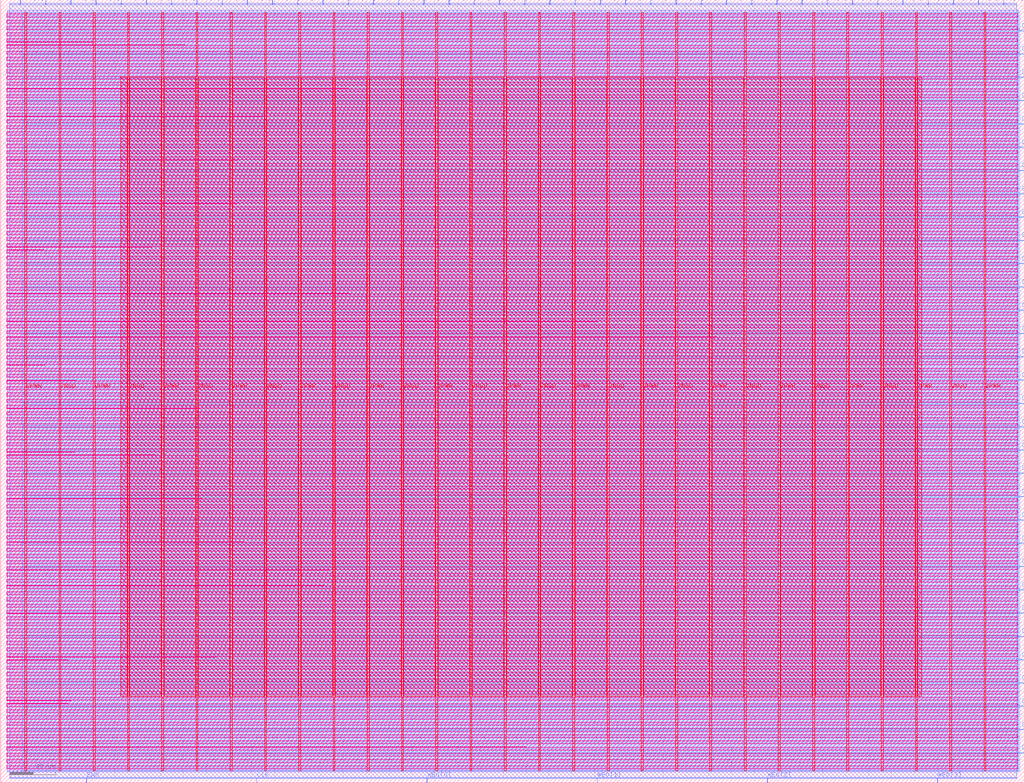
<source format=lef>
VERSION 5.7 ;
  NOWIREEXTENSIONATPIN ON ;
  DIVIDERCHAR "/" ;
  BUSBITCHARS "[]" ;
MACRO DFFRAM256x32
  CLASS BLOCK ;
  FOREIGN DFFRAM256x32 ;
  ORIGIN 0.000 0.000 ;
  SIZE 896.245 BY 685.665 ;
  PIN A0[0]
    DIRECTION INPUT ;
    USE SIGNAL ;
    ANTENNAGATEAREA 0.126000 ;
    PORT
      LAYER met2 ;
        RECT 723.670 681.665 723.950 685.665 ;
    END
  END A0[0]
  PIN A0[1]
    DIRECTION INPUT ;
    USE SIGNAL ;
    ANTENNAGATEAREA 0.126000 ;
    PORT
      LAYER met2 ;
        RECT 745.750 681.665 746.030 685.665 ;
    END
  END A0[1]
  PIN A0[2]
    DIRECTION INPUT ;
    USE SIGNAL ;
    ANTENNAGATEAREA 0.126000 ;
    PORT
      LAYER met2 ;
        RECT 767.830 681.665 768.110 685.665 ;
    END
  END A0[2]
  PIN A0[3]
    DIRECTION INPUT ;
    USE SIGNAL ;
    ANTENNAGATEAREA 0.495000 ;
    PORT
      LAYER met2 ;
        RECT 789.910 681.665 790.190 685.665 ;
    END
  END A0[3]
  PIN A0[4]
    DIRECTION INPUT ;
    USE SIGNAL ;
    ANTENNAGATEAREA 0.196500 ;
    PORT
      LAYER met2 ;
        RECT 811.990 681.665 812.270 685.665 ;
    END
  END A0[4]
  PIN A0[5]
    DIRECTION INPUT ;
    USE SIGNAL ;
    ANTENNAGATEAREA 0.196500 ;
    PORT
      LAYER met2 ;
        RECT 834.070 681.665 834.350 685.665 ;
    END
  END A0[5]
  PIN A0[6]
    DIRECTION INPUT ;
    USE SIGNAL ;
    ANTENNAGATEAREA 0.196500 ;
    PORT
      LAYER met2 ;
        RECT 856.150 681.665 856.430 685.665 ;
    END
  END A0[6]
  PIN A0[7]
    DIRECTION INPUT ;
    USE SIGNAL ;
    ANTENNAGATEAREA 0.196500 ;
    PORT
      LAYER met2 ;
        RECT 878.230 681.665 878.510 685.665 ;
    END
  END A0[7]
  PIN CLK
    DIRECTION INPUT ;
    USE SIGNAL ;
    ANTENNAGATEAREA 0.852000 ;
    PORT
      LAYER met2 ;
        RECT 224.110 0.000 224.390 4.000 ;
    END
  END CLK
  PIN Di0[0]
    DIRECTION INPUT ;
    USE SIGNAL ;
    ANTENNAGATEAREA 0.126000 ;
    PORT
      LAYER met3 ;
        RECT 892.245 25.880 896.245 26.480 ;
    END
  END Di0[0]
  PIN Di0[10]
    DIRECTION INPUT ;
    USE SIGNAL ;
    ANTENNAGATEAREA 0.126000 ;
    PORT
      LAYER met3 ;
        RECT 892.245 229.880 896.245 230.480 ;
    END
  END Di0[10]
  PIN Di0[11]
    DIRECTION INPUT ;
    USE SIGNAL ;
    ANTENNAGATEAREA 0.126000 ;
    PORT
      LAYER met3 ;
        RECT 892.245 250.280 896.245 250.880 ;
    END
  END Di0[11]
  PIN Di0[12]
    DIRECTION INPUT ;
    USE SIGNAL ;
    ANTENNAGATEAREA 0.126000 ;
    PORT
      LAYER met3 ;
        RECT 892.245 270.680 896.245 271.280 ;
    END
  END Di0[12]
  PIN Di0[13]
    DIRECTION INPUT ;
    USE SIGNAL ;
    ANTENNAGATEAREA 0.126000 ;
    PORT
      LAYER met3 ;
        RECT 892.245 291.080 896.245 291.680 ;
    END
  END Di0[13]
  PIN Di0[14]
    DIRECTION INPUT ;
    USE SIGNAL ;
    ANTENNAGATEAREA 0.126000 ;
    PORT
      LAYER met3 ;
        RECT 892.245 311.480 896.245 312.080 ;
    END
  END Di0[14]
  PIN Di0[15]
    DIRECTION INPUT ;
    USE SIGNAL ;
    ANTENNAGATEAREA 0.126000 ;
    PORT
      LAYER met3 ;
        RECT 892.245 331.880 896.245 332.480 ;
    END
  END Di0[15]
  PIN Di0[16]
    DIRECTION INPUT ;
    USE SIGNAL ;
    ANTENNAGATEAREA 0.126000 ;
    PORT
      LAYER met3 ;
        RECT 892.245 352.280 896.245 352.880 ;
    END
  END Di0[16]
  PIN Di0[17]
    DIRECTION INPUT ;
    USE SIGNAL ;
    ANTENNAGATEAREA 0.126000 ;
    PORT
      LAYER met3 ;
        RECT 892.245 372.680 896.245 373.280 ;
    END
  END Di0[17]
  PIN Di0[18]
    DIRECTION INPUT ;
    USE SIGNAL ;
    ANTENNAGATEAREA 0.126000 ;
    PORT
      LAYER met3 ;
        RECT 892.245 393.080 896.245 393.680 ;
    END
  END Di0[18]
  PIN Di0[19]
    DIRECTION INPUT ;
    USE SIGNAL ;
    ANTENNAGATEAREA 0.126000 ;
    PORT
      LAYER met3 ;
        RECT 892.245 413.480 896.245 414.080 ;
    END
  END Di0[19]
  PIN Di0[1]
    DIRECTION INPUT ;
    USE SIGNAL ;
    ANTENNAGATEAREA 0.126000 ;
    PORT
      LAYER met3 ;
        RECT 892.245 46.280 896.245 46.880 ;
    END
  END Di0[1]
  PIN Di0[20]
    DIRECTION INPUT ;
    USE SIGNAL ;
    ANTENNAGATEAREA 0.126000 ;
    PORT
      LAYER met3 ;
        RECT 892.245 433.880 896.245 434.480 ;
    END
  END Di0[20]
  PIN Di0[21]
    DIRECTION INPUT ;
    USE SIGNAL ;
    ANTENNAGATEAREA 0.126000 ;
    PORT
      LAYER met3 ;
        RECT 892.245 454.280 896.245 454.880 ;
    END
  END Di0[21]
  PIN Di0[22]
    DIRECTION INPUT ;
    USE SIGNAL ;
    ANTENNAGATEAREA 0.126000 ;
    PORT
      LAYER met3 ;
        RECT 892.245 474.680 896.245 475.280 ;
    END
  END Di0[22]
  PIN Di0[23]
    DIRECTION INPUT ;
    USE SIGNAL ;
    ANTENNAGATEAREA 0.126000 ;
    PORT
      LAYER met3 ;
        RECT 892.245 495.080 896.245 495.680 ;
    END
  END Di0[23]
  PIN Di0[24]
    DIRECTION INPUT ;
    USE SIGNAL ;
    ANTENNAGATEAREA 0.126000 ;
    PORT
      LAYER met3 ;
        RECT 892.245 515.480 896.245 516.080 ;
    END
  END Di0[24]
  PIN Di0[25]
    DIRECTION INPUT ;
    USE SIGNAL ;
    ANTENNAGATEAREA 0.126000 ;
    PORT
      LAYER met3 ;
        RECT 892.245 535.880 896.245 536.480 ;
    END
  END Di0[25]
  PIN Di0[26]
    DIRECTION INPUT ;
    USE SIGNAL ;
    ANTENNAGATEAREA 0.126000 ;
    PORT
      LAYER met3 ;
        RECT 892.245 556.280 896.245 556.880 ;
    END
  END Di0[26]
  PIN Di0[27]
    DIRECTION INPUT ;
    USE SIGNAL ;
    ANTENNAGATEAREA 0.126000 ;
    PORT
      LAYER met3 ;
        RECT 892.245 576.680 896.245 577.280 ;
    END
  END Di0[27]
  PIN Di0[28]
    DIRECTION INPUT ;
    USE SIGNAL ;
    ANTENNAGATEAREA 0.126000 ;
    PORT
      LAYER met3 ;
        RECT 892.245 597.080 896.245 597.680 ;
    END
  END Di0[28]
  PIN Di0[29]
    DIRECTION INPUT ;
    USE SIGNAL ;
    ANTENNAGATEAREA 0.126000 ;
    PORT
      LAYER met3 ;
        RECT 892.245 617.480 896.245 618.080 ;
    END
  END Di0[29]
  PIN Di0[2]
    DIRECTION INPUT ;
    USE SIGNAL ;
    ANTENNAGATEAREA 0.126000 ;
    PORT
      LAYER met3 ;
        RECT 892.245 66.680 896.245 67.280 ;
    END
  END Di0[2]
  PIN Di0[30]
    DIRECTION INPUT ;
    USE SIGNAL ;
    ANTENNAGATEAREA 0.126000 ;
    PORT
      LAYER met3 ;
        RECT 892.245 637.880 896.245 638.480 ;
    END
  END Di0[30]
  PIN Di0[31]
    DIRECTION INPUT ;
    USE SIGNAL ;
    ANTENNAGATEAREA 0.126000 ;
    PORT
      LAYER met3 ;
        RECT 892.245 658.280 896.245 658.880 ;
    END
  END Di0[31]
  PIN Di0[3]
    DIRECTION INPUT ;
    USE SIGNAL ;
    ANTENNAGATEAREA 0.126000 ;
    PORT
      LAYER met3 ;
        RECT 892.245 87.080 896.245 87.680 ;
    END
  END Di0[3]
  PIN Di0[4]
    DIRECTION INPUT ;
    USE SIGNAL ;
    ANTENNAGATEAREA 0.126000 ;
    PORT
      LAYER met3 ;
        RECT 892.245 107.480 896.245 108.080 ;
    END
  END Di0[4]
  PIN Di0[5]
    DIRECTION INPUT ;
    USE SIGNAL ;
    ANTENNAGATEAREA 0.126000 ;
    PORT
      LAYER met3 ;
        RECT 892.245 127.880 896.245 128.480 ;
    END
  END Di0[5]
  PIN Di0[6]
    DIRECTION INPUT ;
    USE SIGNAL ;
    ANTENNAGATEAREA 0.126000 ;
    PORT
      LAYER met3 ;
        RECT 892.245 148.280 896.245 148.880 ;
    END
  END Di0[6]
  PIN Di0[7]
    DIRECTION INPUT ;
    USE SIGNAL ;
    ANTENNAGATEAREA 0.126000 ;
    PORT
      LAYER met3 ;
        RECT 892.245 168.680 896.245 169.280 ;
    END
  END Di0[7]
  PIN Di0[8]
    DIRECTION INPUT ;
    USE SIGNAL ;
    ANTENNAGATEAREA 0.126000 ;
    PORT
      LAYER met3 ;
        RECT 892.245 189.080 896.245 189.680 ;
    END
  END Di0[8]
  PIN Di0[9]
    DIRECTION INPUT ;
    USE SIGNAL ;
    ANTENNAGATEAREA 0.126000 ;
    PORT
      LAYER met3 ;
        RECT 892.245 209.480 896.245 210.080 ;
    END
  END Di0[9]
  PIN Do0[0]
    DIRECTION OUTPUT TRISTATE ;
    USE SIGNAL ;
    ANTENNADIFFAREA 1.782000 ;
    PORT
      LAYER met2 ;
        RECT 17.110 681.665 17.390 685.665 ;
    END
  END Do0[0]
  PIN Do0[10]
    DIRECTION OUTPUT TRISTATE ;
    USE SIGNAL ;
    ANTENNADIFFAREA 2.673000 ;
    PORT
      LAYER met2 ;
        RECT 237.910 681.665 238.190 685.665 ;
    END
  END Do0[10]
  PIN Do0[11]
    DIRECTION OUTPUT TRISTATE ;
    USE SIGNAL ;
    ANTENNADIFFAREA 2.673000 ;
    PORT
      LAYER met2 ;
        RECT 259.990 681.665 260.270 685.665 ;
    END
  END Do0[11]
  PIN Do0[12]
    DIRECTION OUTPUT TRISTATE ;
    USE SIGNAL ;
    ANTENNADIFFAREA 1.336500 ;
    PORT
      LAYER met2 ;
        RECT 282.070 681.665 282.350 685.665 ;
    END
  END Do0[12]
  PIN Do0[13]
    DIRECTION OUTPUT TRISTATE ;
    USE SIGNAL ;
    ANTENNADIFFAREA 1.336500 ;
    PORT
      LAYER met2 ;
        RECT 304.150 681.665 304.430 685.665 ;
    END
  END Do0[13]
  PIN Do0[14]
    DIRECTION OUTPUT TRISTATE ;
    USE SIGNAL ;
    ANTENNADIFFAREA 1.782000 ;
    PORT
      LAYER met2 ;
        RECT 326.230 681.665 326.510 685.665 ;
    END
  END Do0[14]
  PIN Do0[15]
    DIRECTION OUTPUT TRISTATE ;
    USE SIGNAL ;
    ANTENNADIFFAREA 1.782000 ;
    PORT
      LAYER met2 ;
        RECT 348.310 681.665 348.590 685.665 ;
    END
  END Do0[15]
  PIN Do0[16]
    DIRECTION OUTPUT TRISTATE ;
    USE SIGNAL ;
    ANTENNADIFFAREA 1.590400 ;
    PORT
      LAYER met2 ;
        RECT 370.390 681.665 370.670 685.665 ;
    END
  END Do0[16]
  PIN Do0[17]
    DIRECTION OUTPUT TRISTATE ;
    USE SIGNAL ;
    ANTENNADIFFAREA 1.336500 ;
    PORT
      LAYER met2 ;
        RECT 392.470 681.665 392.750 685.665 ;
    END
  END Do0[17]
  PIN Do0[18]
    DIRECTION OUTPUT TRISTATE ;
    USE SIGNAL ;
    ANTENNADIFFAREA 1.782000 ;
    PORT
      LAYER met2 ;
        RECT 414.550 681.665 414.830 685.665 ;
    END
  END Do0[18]
  PIN Do0[19]
    DIRECTION OUTPUT TRISTATE ;
    USE SIGNAL ;
    ANTENNADIFFAREA 1.782000 ;
    PORT
      LAYER met2 ;
        RECT 436.630 681.665 436.910 685.665 ;
    END
  END Do0[19]
  PIN Do0[1]
    DIRECTION OUTPUT TRISTATE ;
    USE SIGNAL ;
    ANTENNADIFFAREA 2.673000 ;
    PORT
      LAYER met2 ;
        RECT 39.190 681.665 39.470 685.665 ;
    END
  END Do0[1]
  PIN Do0[20]
    DIRECTION OUTPUT TRISTATE ;
    USE SIGNAL ;
    ANTENNADIFFAREA 1.782000 ;
    PORT
      LAYER met2 ;
        RECT 458.710 681.665 458.990 685.665 ;
    END
  END Do0[20]
  PIN Do0[21]
    DIRECTION OUTPUT TRISTATE ;
    USE SIGNAL ;
    ANTENNADIFFAREA 1.782000 ;
    PORT
      LAYER met2 ;
        RECT 480.790 681.665 481.070 685.665 ;
    END
  END Do0[21]
  PIN Do0[22]
    DIRECTION OUTPUT TRISTATE ;
    USE SIGNAL ;
    ANTENNADIFFAREA 1.782000 ;
    PORT
      LAYER met2 ;
        RECT 502.870 681.665 503.150 685.665 ;
    END
  END Do0[22]
  PIN Do0[23]
    DIRECTION OUTPUT TRISTATE ;
    USE SIGNAL ;
    ANTENNADIFFAREA 1.782000 ;
    PORT
      LAYER met2 ;
        RECT 524.950 681.665 525.230 685.665 ;
    END
  END Do0[23]
  PIN Do0[24]
    DIRECTION OUTPUT TRISTATE ;
    USE SIGNAL ;
    ANTENNADIFFAREA 1.336500 ;
    PORT
      LAYER met2 ;
        RECT 547.030 681.665 547.310 685.665 ;
    END
  END Do0[24]
  PIN Do0[25]
    DIRECTION OUTPUT TRISTATE ;
    USE SIGNAL ;
    ANTENNADIFFAREA 1.336500 ;
    PORT
      LAYER met2 ;
        RECT 569.110 681.665 569.390 685.665 ;
    END
  END Do0[25]
  PIN Do0[26]
    DIRECTION OUTPUT TRISTATE ;
    USE SIGNAL ;
    ANTENNADIFFAREA 1.336500 ;
    PORT
      LAYER met2 ;
        RECT 591.190 681.665 591.470 685.665 ;
    END
  END Do0[26]
  PIN Do0[27]
    DIRECTION OUTPUT TRISTATE ;
    USE SIGNAL ;
    ANTENNADIFFAREA 1.336500 ;
    PORT
      LAYER met2 ;
        RECT 613.270 681.665 613.550 685.665 ;
    END
  END Do0[27]
  PIN Do0[28]
    DIRECTION OUTPUT TRISTATE ;
    USE SIGNAL ;
    ANTENNADIFFAREA 1.336500 ;
    PORT
      LAYER met2 ;
        RECT 635.350 681.665 635.630 685.665 ;
    END
  END Do0[28]
  PIN Do0[29]
    DIRECTION OUTPUT TRISTATE ;
    USE SIGNAL ;
    ANTENNADIFFAREA 1.336500 ;
    PORT
      LAYER met2 ;
        RECT 657.430 681.665 657.710 685.665 ;
    END
  END Do0[29]
  PIN Do0[2]
    DIRECTION OUTPUT TRISTATE ;
    USE SIGNAL ;
    ANTENNADIFFAREA 1.782000 ;
    PORT
      LAYER met2 ;
        RECT 61.270 681.665 61.550 685.665 ;
    END
  END Do0[2]
  PIN Do0[30]
    DIRECTION OUTPUT TRISTATE ;
    USE SIGNAL ;
    ANTENNADIFFAREA 1.782000 ;
    PORT
      LAYER met2 ;
        RECT 679.510 681.665 679.790 685.665 ;
    END
  END Do0[30]
  PIN Do0[31]
    DIRECTION OUTPUT TRISTATE ;
    USE SIGNAL ;
    ANTENNADIFFAREA 1.336500 ;
    PORT
      LAYER met2 ;
        RECT 701.590 681.665 701.870 685.665 ;
    END
  END Do0[31]
  PIN Do0[3]
    DIRECTION OUTPUT TRISTATE ;
    USE SIGNAL ;
    ANTENNADIFFAREA 2.673000 ;
    PORT
      LAYER met2 ;
        RECT 83.350 681.665 83.630 685.665 ;
    END
  END Do0[3]
  PIN Do0[4]
    DIRECTION OUTPUT TRISTATE ;
    USE SIGNAL ;
    ANTENNADIFFAREA 2.673000 ;
    PORT
      LAYER met2 ;
        RECT 105.430 681.665 105.710 685.665 ;
    END
  END Do0[4]
  PIN Do0[5]
    DIRECTION OUTPUT TRISTATE ;
    USE SIGNAL ;
    ANTENNADIFFAREA 2.673000 ;
    PORT
      LAYER met2 ;
        RECT 127.510 681.665 127.790 685.665 ;
    END
  END Do0[5]
  PIN Do0[6]
    DIRECTION OUTPUT TRISTATE ;
    USE SIGNAL ;
    ANTENNADIFFAREA 1.782000 ;
    PORT
      LAYER met2 ;
        RECT 149.590 681.665 149.870 685.665 ;
    END
  END Do0[6]
  PIN Do0[7]
    DIRECTION OUTPUT TRISTATE ;
    USE SIGNAL ;
    ANTENNADIFFAREA 2.673000 ;
    PORT
      LAYER met2 ;
        RECT 171.670 681.665 171.950 685.665 ;
    END
  END Do0[7]
  PIN Do0[8]
    DIRECTION OUTPUT TRISTATE ;
    USE SIGNAL ;
    ANTENNADIFFAREA 2.673000 ;
    PORT
      LAYER met2 ;
        RECT 193.750 681.665 194.030 685.665 ;
    END
  END Do0[8]
  PIN Do0[9]
    DIRECTION OUTPUT TRISTATE ;
    USE SIGNAL ;
    ANTENNADIFFAREA 2.673000 ;
    PORT
      LAYER met2 ;
        RECT 215.830 681.665 216.110 685.665 ;
    END
  END Do0[9]
  PIN EN0
    DIRECTION INPUT ;
    USE SIGNAL ;
    ANTENNAGATEAREA 0.495000 ;
    PORT
      LAYER met2 ;
        RECT 75.070 0.000 75.350 4.000 ;
    END
  END EN0
  PIN VNGD
    DIRECTION INOUT ;
    USE GROUND ;
    PORT
      LAYER met4 ;
        RECT 51.040 10.640 52.640 674.800 ;
    END
    PORT
      LAYER met4 ;
        RECT 111.040 10.640 112.640 674.800 ;
    END
    PORT
      LAYER met4 ;
        RECT 171.040 10.640 172.640 674.800 ;
    END
    PORT
      LAYER met4 ;
        RECT 231.040 10.640 232.640 674.800 ;
    END
    PORT
      LAYER met4 ;
        RECT 291.040 10.640 292.640 674.800 ;
    END
    PORT
      LAYER met4 ;
        RECT 351.040 10.640 352.640 674.800 ;
    END
    PORT
      LAYER met4 ;
        RECT 411.040 10.640 412.640 674.800 ;
    END
    PORT
      LAYER met4 ;
        RECT 471.040 10.640 472.640 674.800 ;
    END
    PORT
      LAYER met4 ;
        RECT 531.040 10.640 532.640 674.800 ;
    END
    PORT
      LAYER met4 ;
        RECT 591.040 10.640 592.640 674.800 ;
    END
    PORT
      LAYER met4 ;
        RECT 651.040 10.640 652.640 674.800 ;
    END
    PORT
      LAYER met4 ;
        RECT 711.040 10.640 712.640 674.800 ;
    END
    PORT
      LAYER met4 ;
        RECT 771.040 10.640 772.640 674.800 ;
    END
    PORT
      LAYER met4 ;
        RECT 831.040 10.640 832.640 674.800 ;
    END
  END VNGD
  PIN VPWR
    DIRECTION INOUT ;
    USE POWER ;
    PORT
      LAYER met4 ;
        RECT 21.040 10.640 22.640 674.800 ;
    END
    PORT
      LAYER met4 ;
        RECT 81.040 10.640 82.640 674.800 ;
    END
    PORT
      LAYER met4 ;
        RECT 141.040 10.640 142.640 674.800 ;
    END
    PORT
      LAYER met4 ;
        RECT 201.040 10.640 202.640 674.800 ;
    END
    PORT
      LAYER met4 ;
        RECT 261.040 10.640 262.640 674.800 ;
    END
    PORT
      LAYER met4 ;
        RECT 321.040 10.640 322.640 674.800 ;
    END
    PORT
      LAYER met4 ;
        RECT 381.040 10.640 382.640 674.800 ;
    END
    PORT
      LAYER met4 ;
        RECT 441.040 10.640 442.640 674.800 ;
    END
    PORT
      LAYER met4 ;
        RECT 501.040 10.640 502.640 674.800 ;
    END
    PORT
      LAYER met4 ;
        RECT 561.040 10.640 562.640 674.800 ;
    END
    PORT
      LAYER met4 ;
        RECT 621.040 10.640 622.640 674.800 ;
    END
    PORT
      LAYER met4 ;
        RECT 681.040 10.640 682.640 674.800 ;
    END
    PORT
      LAYER met4 ;
        RECT 741.040 10.640 742.640 674.800 ;
    END
    PORT
      LAYER met4 ;
        RECT 801.040 10.640 802.640 674.800 ;
    END
    PORT
      LAYER met4 ;
        RECT 861.040 10.640 862.640 674.800 ;
    END
  END VPWR
  PIN WE0[0]
    DIRECTION INPUT ;
    USE SIGNAL ;
    ANTENNAGATEAREA 0.495000 ;
    PORT
      LAYER met2 ;
        RECT 373.150 0.000 373.430 4.000 ;
    END
  END WE0[0]
  PIN WE0[1]
    DIRECTION INPUT ;
    USE SIGNAL ;
    ANTENNAGATEAREA 0.495000 ;
    PORT
      LAYER met2 ;
        RECT 522.190 0.000 522.470 4.000 ;
    END
  END WE0[1]
  PIN WE0[2]
    DIRECTION INPUT ;
    USE SIGNAL ;
    ANTENNAGATEAREA 0.495000 ;
    PORT
      LAYER met2 ;
        RECT 671.230 0.000 671.510 4.000 ;
    END
  END WE0[2]
  PIN WE0[3]
    DIRECTION INPUT ;
    USE SIGNAL ;
    ANTENNAGATEAREA 0.495000 ;
    PORT
      LAYER met2 ;
        RECT 820.270 0.000 820.550 4.000 ;
    END
  END WE0[3]
  OBS
      LAYER nwell ;
        RECT 5.330 670.425 890.750 673.255 ;
        RECT 5.330 664.985 890.750 667.815 ;
        RECT 5.330 659.545 890.750 662.375 ;
        RECT 5.330 656.885 153.715 656.935 ;
        RECT 5.330 654.155 890.750 656.885 ;
        RECT 5.330 654.105 37.795 654.155 ;
        RECT 5.330 651.445 51.595 651.495 ;
        RECT 5.330 648.715 890.750 651.445 ;
        RECT 5.330 648.665 81.035 648.715 ;
        RECT 5.330 646.005 161.535 646.055 ;
        RECT 5.330 643.275 890.750 646.005 ;
        RECT 5.330 643.225 110.935 643.275 ;
        RECT 5.330 640.565 176.255 640.615 ;
        RECT 5.330 637.835 890.750 640.565 ;
        RECT 5.330 637.785 38.255 637.835 ;
        RECT 5.330 635.125 557.595 635.175 ;
        RECT 5.330 632.395 890.750 635.125 ;
        RECT 5.330 632.345 207.995 632.395 ;
        RECT 5.330 629.685 231.915 629.735 ;
        RECT 5.330 626.955 890.750 629.685 ;
        RECT 5.330 626.905 138.535 626.955 ;
        RECT 5.330 624.245 42.395 624.295 ;
        RECT 5.330 621.515 890.750 624.245 ;
        RECT 5.330 621.465 128.415 621.515 ;
        RECT 5.330 618.805 35.035 618.855 ;
        RECT 5.330 616.075 890.750 618.805 ;
        RECT 5.330 616.025 71.375 616.075 ;
        RECT 5.330 613.365 154.175 613.415 ;
        RECT 5.330 610.635 890.750 613.365 ;
        RECT 5.330 610.585 211.675 610.635 ;
        RECT 5.330 607.925 304.595 607.975 ;
        RECT 5.330 605.195 890.750 607.925 ;
        RECT 5.330 605.145 251.695 605.195 ;
        RECT 5.330 602.485 40.095 602.535 ;
        RECT 5.330 599.755 890.750 602.485 ;
        RECT 5.330 599.705 51.135 599.755 ;
        RECT 5.330 597.045 110.475 597.095 ;
        RECT 5.330 594.315 890.750 597.045 ;
        RECT 5.330 594.265 106.795 594.315 ;
        RECT 5.330 591.605 84.255 591.655 ;
        RECT 5.330 588.875 890.750 591.605 ;
        RECT 5.330 588.825 37.335 588.875 ;
        RECT 5.330 586.165 257.675 586.215 ;
        RECT 5.330 583.435 890.750 586.165 ;
        RECT 5.330 583.385 229.155 583.435 ;
        RECT 5.330 580.725 533.215 580.775 ;
        RECT 5.330 577.995 890.750 580.725 ;
        RECT 5.330 577.945 390.155 577.995 ;
        RECT 5.330 575.285 437.995 575.335 ;
        RECT 5.330 572.555 890.750 575.285 ;
        RECT 5.330 572.505 526.315 572.555 ;
        RECT 5.330 567.115 890.750 569.895 ;
        RECT 5.330 567.065 699.275 567.115 ;
        RECT 5.330 561.675 890.750 564.455 ;
        RECT 5.330 561.625 844.175 561.675 ;
        RECT 5.330 558.965 46.995 559.015 ;
        RECT 5.330 556.235 890.750 558.965 ;
        RECT 5.330 556.185 47.455 556.235 ;
        RECT 5.330 553.525 136.235 553.575 ;
        RECT 5.330 550.795 890.750 553.525 ;
        RECT 5.330 550.745 45.615 550.795 ;
        RECT 5.330 548.085 299.995 548.135 ;
        RECT 5.330 545.355 890.750 548.085 ;
        RECT 5.330 545.305 207.535 545.355 ;
        RECT 5.330 542.645 88.395 542.695 ;
        RECT 5.330 539.915 890.750 542.645 ;
        RECT 5.330 539.865 45.615 539.915 ;
        RECT 5.330 537.205 136.695 537.255 ;
        RECT 5.330 534.475 890.750 537.205 ;
        RECT 5.330 534.425 152.795 534.475 ;
        RECT 5.330 531.765 196.955 531.815 ;
        RECT 5.330 529.035 890.750 531.765 ;
        RECT 5.330 528.985 328.975 529.035 ;
        RECT 5.330 526.325 38.715 526.375 ;
        RECT 5.330 523.595 890.750 526.325 ;
        RECT 5.330 523.545 612.795 523.595 ;
        RECT 5.330 520.885 282.975 520.935 ;
        RECT 5.330 518.155 890.750 520.885 ;
        RECT 5.330 518.105 517.575 518.155 ;
        RECT 5.330 515.445 307.815 515.495 ;
        RECT 5.330 512.715 890.750 515.445 ;
        RECT 5.330 512.665 35.955 512.715 ;
        RECT 5.330 510.005 44.235 510.055 ;
        RECT 5.330 507.275 890.750 510.005 ;
        RECT 5.330 507.225 207.075 507.275 ;
        RECT 5.330 504.565 50.215 504.615 ;
        RECT 5.330 501.835 890.750 504.565 ;
        RECT 5.330 501.785 45.615 501.835 ;
        RECT 5.330 499.125 732.395 499.175 ;
        RECT 5.330 496.345 890.750 499.125 ;
        RECT 5.330 493.685 334.955 493.735 ;
        RECT 5.330 490.955 890.750 493.685 ;
        RECT 5.330 490.905 162.455 490.955 ;
        RECT 5.330 488.245 42.395 488.295 ;
        RECT 5.330 485.515 890.750 488.245 ;
        RECT 5.330 485.465 100.355 485.515 ;
        RECT 5.330 482.805 386.475 482.855 ;
        RECT 5.330 480.075 890.750 482.805 ;
        RECT 5.330 480.025 138.535 480.075 ;
        RECT 5.330 477.365 42.395 477.415 ;
        RECT 5.330 474.635 890.750 477.365 ;
        RECT 5.330 474.585 64.475 474.635 ;
        RECT 5.330 471.925 195.575 471.975 ;
        RECT 5.330 469.195 890.750 471.925 ;
        RECT 5.330 469.145 132.095 469.195 ;
        RECT 5.330 466.485 38.255 466.535 ;
        RECT 5.330 463.755 890.750 466.485 ;
        RECT 5.330 463.705 731.015 463.755 ;
        RECT 5.330 461.045 50.215 461.095 ;
        RECT 5.330 458.315 890.750 461.045 ;
        RECT 5.330 458.265 45.615 458.315 ;
        RECT 5.330 455.605 523.555 455.655 ;
        RECT 5.330 452.875 890.750 455.605 ;
        RECT 5.330 452.825 565.875 452.875 ;
        RECT 5.330 450.165 330.815 450.215 ;
        RECT 5.330 447.435 890.750 450.165 ;
        RECT 5.330 447.385 282.055 447.435 ;
        RECT 5.330 444.725 282.515 444.775 ;
        RECT 5.330 441.995 890.750 444.725 ;
        RECT 5.330 441.945 306.435 441.995 ;
        RECT 5.330 439.285 565.415 439.335 ;
        RECT 5.330 436.555 890.750 439.285 ;
        RECT 5.330 436.505 522.635 436.555 ;
        RECT 5.330 433.845 332.655 433.895 ;
        RECT 5.330 431.115 890.750 433.845 ;
        RECT 5.330 431.065 285.275 431.115 ;
        RECT 5.330 428.405 305.515 428.455 ;
        RECT 5.330 425.675 890.750 428.405 ;
        RECT 5.330 425.625 45.615 425.675 ;
        RECT 5.330 422.965 125.655 423.015 ;
        RECT 5.330 420.235 890.750 422.965 ;
        RECT 5.330 420.185 63.095 420.235 ;
        RECT 5.330 417.525 88.395 417.575 ;
        RECT 5.330 414.795 890.750 417.525 ;
        RECT 5.330 414.745 38.715 414.795 ;
        RECT 5.330 412.085 192.815 412.135 ;
        RECT 5.330 409.355 890.750 412.085 ;
        RECT 5.330 409.305 64.475 409.355 ;
        RECT 5.330 406.645 523.555 406.695 ;
        RECT 5.330 403.915 890.750 406.645 ;
        RECT 5.330 403.865 521.715 403.915 ;
        RECT 5.330 401.205 98.515 401.255 ;
        RECT 5.330 398.475 890.750 401.205 ;
        RECT 5.330 398.425 31.815 398.475 ;
        RECT 5.330 393.035 890.750 395.815 ;
        RECT 5.330 392.985 45.615 393.035 ;
        RECT 5.330 390.325 627.515 390.375 ;
        RECT 5.330 387.595 890.750 390.325 ;
        RECT 5.330 387.545 296.315 387.595 ;
        RECT 5.330 384.885 75.055 384.935 ;
        RECT 5.330 382.155 890.750 384.885 ;
        RECT 5.330 382.105 175.335 382.155 ;
        RECT 5.330 379.445 193.275 379.495 ;
        RECT 5.330 376.715 890.750 379.445 ;
        RECT 5.330 376.665 60.795 376.715 ;
        RECT 5.330 374.005 32.735 374.055 ;
        RECT 5.330 371.275 890.750 374.005 ;
        RECT 5.330 371.225 64.475 371.275 ;
        RECT 5.330 368.565 213.055 368.615 ;
        RECT 5.330 365.835 890.750 368.565 ;
        RECT 5.330 365.785 38.715 365.835 ;
        RECT 5.330 363.125 552.075 363.175 ;
        RECT 5.330 360.395 890.750 363.125 ;
        RECT 5.330 360.345 148.655 360.395 ;
        RECT 5.330 357.685 38.715 357.735 ;
        RECT 5.330 354.955 890.750 357.685 ;
        RECT 5.330 354.905 174.415 354.955 ;
        RECT 5.330 352.245 66.315 352.295 ;
        RECT 5.330 349.515 890.750 352.245 ;
        RECT 5.330 349.465 112.775 349.515 ;
        RECT 5.330 346.805 348.295 346.855 ;
        RECT 5.330 344.075 890.750 346.805 ;
        RECT 5.330 344.025 36.415 344.075 ;
        RECT 5.330 341.365 84.255 341.415 ;
        RECT 5.330 338.635 890.750 341.365 ;
        RECT 5.330 338.585 575.995 338.635 ;
        RECT 5.330 335.925 356.115 335.975 ;
        RECT 5.330 333.195 890.750 335.925 ;
        RECT 5.330 333.145 58.035 333.195 ;
        RECT 5.330 330.485 100.815 330.535 ;
        RECT 5.330 327.755 890.750 330.485 ;
        RECT 5.330 327.705 174.415 327.755 ;
        RECT 5.330 325.045 609.575 325.095 ;
        RECT 5.330 322.315 890.750 325.045 ;
        RECT 5.330 322.265 36.415 322.315 ;
        RECT 5.330 319.605 341.855 319.655 ;
        RECT 5.330 316.875 890.750 319.605 ;
        RECT 5.330 316.825 628.895 316.875 ;
        RECT 5.330 314.165 412.235 314.215 ;
        RECT 5.330 311.435 890.750 314.165 ;
        RECT 5.330 311.385 317.935 311.435 ;
        RECT 5.330 308.725 290.795 308.775 ;
        RECT 5.330 305.995 890.750 308.725 ;
        RECT 5.330 305.945 364.855 305.995 ;
        RECT 5.330 303.285 350.135 303.335 ;
        RECT 5.330 300.555 890.750 303.285 ;
        RECT 5.330 300.505 434.775 300.555 ;
        RECT 5.330 297.845 405.335 297.895 ;
        RECT 5.330 295.115 890.750 297.845 ;
        RECT 5.330 295.065 287.115 295.115 ;
        RECT 5.330 292.405 58.495 292.455 ;
        RECT 5.330 289.675 890.750 292.405 ;
        RECT 5.330 289.625 64.475 289.675 ;
        RECT 5.330 286.965 135.775 287.015 ;
        RECT 5.330 284.235 890.750 286.965 ;
        RECT 5.330 284.185 319.775 284.235 ;
        RECT 5.330 281.525 58.495 281.575 ;
        RECT 5.330 278.795 890.750 281.525 ;
        RECT 5.330 278.745 331.275 278.795 ;
        RECT 5.330 276.085 88.855 276.135 ;
        RECT 5.330 273.355 890.750 276.085 ;
        RECT 5.330 273.305 127.955 273.355 ;
        RECT 5.330 270.645 47.915 270.695 ;
        RECT 5.330 267.915 890.750 270.645 ;
        RECT 5.330 267.865 354.735 267.915 ;
        RECT 5.330 265.205 747.115 265.255 ;
        RECT 5.330 262.475 890.750 265.205 ;
        RECT 5.330 262.425 77.355 262.475 ;
        RECT 5.330 259.765 47.455 259.815 ;
        RECT 5.330 257.035 890.750 259.765 ;
        RECT 5.330 256.985 312.875 257.035 ;
        RECT 5.330 254.325 427.415 254.375 ;
        RECT 5.330 251.595 890.750 254.325 ;
        RECT 5.330 251.545 102.655 251.595 ;
        RECT 5.330 248.885 176.255 248.935 ;
        RECT 5.330 246.155 890.750 248.885 ;
        RECT 5.330 246.105 47.455 246.155 ;
        RECT 5.330 243.445 51.595 243.495 ;
        RECT 5.330 240.715 890.750 243.445 ;
        RECT 5.330 240.665 87.475 240.715 ;
        RECT 5.330 238.005 565.415 238.055 ;
        RECT 5.330 235.275 890.750 238.005 ;
        RECT 5.330 235.225 561.275 235.275 ;
        RECT 5.330 232.565 720.435 232.615 ;
        RECT 5.330 229.835 890.750 232.565 ;
        RECT 5.330 229.785 241.575 229.835 ;
        RECT 5.330 227.125 128.875 227.175 ;
        RECT 5.330 224.395 890.750 227.125 ;
        RECT 5.330 224.345 56.655 224.395 ;
        RECT 5.330 221.685 162.455 221.735 ;
        RECT 5.330 218.955 890.750 221.685 ;
        RECT 5.330 218.905 215.815 218.955 ;
        RECT 5.330 216.245 49.295 216.295 ;
        RECT 5.330 213.465 890.750 216.245 ;
        RECT 5.330 210.805 213.055 210.855 ;
        RECT 5.330 208.075 890.750 210.805 ;
        RECT 5.330 208.025 48.835 208.075 ;
        RECT 5.330 205.365 42.395 205.415 ;
        RECT 5.330 202.635 890.750 205.365 ;
        RECT 5.330 202.585 122.895 202.635 ;
        RECT 5.330 199.925 369.455 199.975 ;
        RECT 5.330 197.195 890.750 199.925 ;
        RECT 5.330 197.145 328.975 197.195 ;
        RECT 5.330 194.485 821.635 194.535 ;
        RECT 5.330 191.755 890.750 194.485 ;
        RECT 5.330 191.705 625.215 191.755 ;
        RECT 5.330 189.045 303.675 189.095 ;
        RECT 5.330 186.315 890.750 189.045 ;
        RECT 5.330 186.265 288.035 186.315 ;
        RECT 5.330 183.605 386.475 183.655 ;
        RECT 5.330 180.875 890.750 183.605 ;
        RECT 5.330 180.825 541.495 180.875 ;
        RECT 5.330 178.165 327.595 178.215 ;
        RECT 5.330 175.435 890.750 178.165 ;
        RECT 5.330 175.385 406.255 175.435 ;
        RECT 5.330 172.725 283.435 172.775 ;
        RECT 5.330 169.995 890.750 172.725 ;
        RECT 5.330 169.945 538.735 169.995 ;
        RECT 5.330 167.285 58.495 167.335 ;
        RECT 5.330 164.555 890.750 167.285 ;
        RECT 5.330 164.505 312.875 164.555 ;
        RECT 5.330 161.845 77.355 161.895 ;
        RECT 5.330 159.115 890.750 161.845 ;
        RECT 5.330 159.065 88.855 159.115 ;
        RECT 5.330 156.405 174.415 156.455 ;
        RECT 5.330 153.675 890.750 156.405 ;
        RECT 5.330 153.625 219.035 153.675 ;
        RECT 5.330 150.965 95.295 151.015 ;
        RECT 5.330 148.235 890.750 150.965 ;
        RECT 5.330 148.185 113.695 148.235 ;
        RECT 5.330 145.525 141.295 145.575 ;
        RECT 5.330 142.795 890.750 145.525 ;
        RECT 5.330 142.745 201.095 142.795 ;
        RECT 5.330 140.085 161.535 140.135 ;
        RECT 5.330 137.355 890.750 140.085 ;
        RECT 5.330 137.305 90.235 137.355 ;
        RECT 5.330 134.645 531.835 134.695 ;
        RECT 5.330 131.915 890.750 134.645 ;
        RECT 5.330 131.865 57.575 131.915 ;
        RECT 5.330 126.475 890.750 129.255 ;
        RECT 5.330 126.425 88.855 126.475 ;
        RECT 5.330 123.765 59.415 123.815 ;
        RECT 5.330 121.035 890.750 123.765 ;
        RECT 5.330 120.985 90.235 121.035 ;
        RECT 5.330 118.325 77.355 118.375 ;
        RECT 5.330 115.595 890.750 118.325 ;
        RECT 5.330 115.545 58.495 115.595 ;
        RECT 5.330 112.885 91.155 112.935 ;
        RECT 5.330 110.155 890.750 112.885 ;
        RECT 5.330 110.105 188.675 110.155 ;
        RECT 5.330 107.445 58.495 107.495 ;
        RECT 5.330 104.715 890.750 107.445 ;
        RECT 5.330 104.665 81.035 104.715 ;
        RECT 5.330 102.005 93.915 102.055 ;
        RECT 5.330 99.275 890.750 102.005 ;
        RECT 5.330 99.225 141.295 99.275 ;
        RECT 5.330 96.565 135.775 96.615 ;
        RECT 5.330 93.835 890.750 96.565 ;
        RECT 5.330 93.785 89.775 93.835 ;
        RECT 5.330 91.125 61.255 91.175 ;
        RECT 5.330 88.395 890.750 91.125 ;
        RECT 5.330 88.345 566.335 88.395 ;
        RECT 5.330 85.685 668.455 85.735 ;
        RECT 5.330 82.955 890.750 85.685 ;
        RECT 5.330 82.905 82.875 82.955 ;
        RECT 5.330 80.245 206.155 80.295 ;
        RECT 5.330 77.515 890.750 80.245 ;
        RECT 5.330 77.465 161.075 77.515 ;
        RECT 5.330 74.805 282.515 74.855 ;
        RECT 5.330 72.075 890.750 74.805 ;
        RECT 5.330 72.025 61.715 72.075 ;
        RECT 5.330 69.365 58.955 69.415 ;
        RECT 5.330 66.635 890.750 69.365 ;
        RECT 5.330 66.585 535.055 66.635 ;
        RECT 5.330 63.925 474.795 63.975 ;
        RECT 5.330 61.195 890.750 63.925 ;
        RECT 5.330 61.145 78.275 61.195 ;
        RECT 5.330 58.485 216.275 58.535 ;
        RECT 5.330 55.755 890.750 58.485 ;
        RECT 5.330 55.705 164.755 55.755 ;
        RECT 5.330 53.045 272.855 53.095 ;
        RECT 5.330 50.315 890.750 53.045 ;
        RECT 5.330 50.265 115.995 50.315 ;
        RECT 5.330 47.605 91.155 47.655 ;
        RECT 5.330 44.875 890.750 47.605 ;
        RECT 5.330 44.825 201.555 44.875 ;
        RECT 5.330 42.165 393.375 42.215 ;
        RECT 5.330 39.435 890.750 42.165 ;
        RECT 5.330 39.385 303.215 39.435 ;
        RECT 5.330 36.725 367.615 36.775 ;
        RECT 5.330 33.995 890.750 36.725 ;
        RECT 5.330 33.945 277.455 33.995 ;
        RECT 5.330 31.285 460.075 31.335 ;
        RECT 5.330 28.555 890.750 31.285 ;
        RECT 5.330 28.505 538.735 28.555 ;
        RECT 5.330 23.065 890.750 25.895 ;
        RECT 5.330 17.625 890.750 20.455 ;
        RECT 5.330 12.185 890.750 15.015 ;
      LAYER li1 ;
        RECT 5.520 10.795 890.560 674.645 ;
      LAYER met1 ;
        RECT 5.520 9.560 890.860 676.560 ;
      LAYER met2 ;
        RECT 7.920 681.385 16.830 682.450 ;
        RECT 17.670 681.385 38.910 682.450 ;
        RECT 39.750 681.385 60.990 682.450 ;
        RECT 61.830 681.385 83.070 682.450 ;
        RECT 83.910 681.385 105.150 682.450 ;
        RECT 105.990 681.385 127.230 682.450 ;
        RECT 128.070 681.385 149.310 682.450 ;
        RECT 150.150 681.385 171.390 682.450 ;
        RECT 172.230 681.385 193.470 682.450 ;
        RECT 194.310 681.385 215.550 682.450 ;
        RECT 216.390 681.385 237.630 682.450 ;
        RECT 238.470 681.385 259.710 682.450 ;
        RECT 260.550 681.385 281.790 682.450 ;
        RECT 282.630 681.385 303.870 682.450 ;
        RECT 304.710 681.385 325.950 682.450 ;
        RECT 326.790 681.385 348.030 682.450 ;
        RECT 348.870 681.385 370.110 682.450 ;
        RECT 370.950 681.385 392.190 682.450 ;
        RECT 393.030 681.385 414.270 682.450 ;
        RECT 415.110 681.385 436.350 682.450 ;
        RECT 437.190 681.385 458.430 682.450 ;
        RECT 459.270 681.385 480.510 682.450 ;
        RECT 481.350 681.385 502.590 682.450 ;
        RECT 503.430 681.385 524.670 682.450 ;
        RECT 525.510 681.385 546.750 682.450 ;
        RECT 547.590 681.385 568.830 682.450 ;
        RECT 569.670 681.385 590.910 682.450 ;
        RECT 591.750 681.385 612.990 682.450 ;
        RECT 613.830 681.385 635.070 682.450 ;
        RECT 635.910 681.385 657.150 682.450 ;
        RECT 657.990 681.385 679.230 682.450 ;
        RECT 680.070 681.385 701.310 682.450 ;
        RECT 702.150 681.385 723.390 682.450 ;
        RECT 724.230 681.385 745.470 682.450 ;
        RECT 746.310 681.385 767.550 682.450 ;
        RECT 768.390 681.385 789.630 682.450 ;
        RECT 790.470 681.385 811.710 682.450 ;
        RECT 812.550 681.385 833.790 682.450 ;
        RECT 834.630 681.385 855.870 682.450 ;
        RECT 856.710 681.385 877.950 682.450 ;
        RECT 878.790 681.385 889.550 682.450 ;
        RECT 7.920 4.280 889.550 681.385 ;
        RECT 7.920 4.000 74.790 4.280 ;
        RECT 75.630 4.000 223.830 4.280 ;
        RECT 224.670 4.000 372.870 4.280 ;
        RECT 373.710 4.000 521.910 4.280 ;
        RECT 522.750 4.000 670.950 4.280 ;
        RECT 671.790 4.000 819.990 4.280 ;
        RECT 820.830 4.000 889.550 4.280 ;
      LAYER met3 ;
        RECT 18.925 659.280 892.245 674.725 ;
        RECT 18.925 657.880 891.845 659.280 ;
        RECT 18.925 638.880 892.245 657.880 ;
        RECT 18.925 637.480 891.845 638.880 ;
        RECT 18.925 618.480 892.245 637.480 ;
        RECT 18.925 617.080 891.845 618.480 ;
        RECT 18.925 598.080 892.245 617.080 ;
        RECT 18.925 596.680 891.845 598.080 ;
        RECT 18.925 577.680 892.245 596.680 ;
        RECT 18.925 576.280 891.845 577.680 ;
        RECT 18.925 557.280 892.245 576.280 ;
        RECT 18.925 555.880 891.845 557.280 ;
        RECT 18.925 536.880 892.245 555.880 ;
        RECT 18.925 535.480 891.845 536.880 ;
        RECT 18.925 516.480 892.245 535.480 ;
        RECT 18.925 515.080 891.845 516.480 ;
        RECT 18.925 496.080 892.245 515.080 ;
        RECT 18.925 494.680 891.845 496.080 ;
        RECT 18.925 475.680 892.245 494.680 ;
        RECT 18.925 474.280 891.845 475.680 ;
        RECT 18.925 455.280 892.245 474.280 ;
        RECT 18.925 453.880 891.845 455.280 ;
        RECT 18.925 434.880 892.245 453.880 ;
        RECT 18.925 433.480 891.845 434.880 ;
        RECT 18.925 414.480 892.245 433.480 ;
        RECT 18.925 413.080 891.845 414.480 ;
        RECT 18.925 394.080 892.245 413.080 ;
        RECT 18.925 392.680 891.845 394.080 ;
        RECT 18.925 373.680 892.245 392.680 ;
        RECT 18.925 372.280 891.845 373.680 ;
        RECT 18.925 353.280 892.245 372.280 ;
        RECT 18.925 351.880 891.845 353.280 ;
        RECT 18.925 332.880 892.245 351.880 ;
        RECT 18.925 331.480 891.845 332.880 ;
        RECT 18.925 312.480 892.245 331.480 ;
        RECT 18.925 311.080 891.845 312.480 ;
        RECT 18.925 292.080 892.245 311.080 ;
        RECT 18.925 290.680 891.845 292.080 ;
        RECT 18.925 271.680 892.245 290.680 ;
        RECT 18.925 270.280 891.845 271.680 ;
        RECT 18.925 251.280 892.245 270.280 ;
        RECT 18.925 249.880 891.845 251.280 ;
        RECT 18.925 230.880 892.245 249.880 ;
        RECT 18.925 229.480 891.845 230.880 ;
        RECT 18.925 210.480 892.245 229.480 ;
        RECT 18.925 209.080 891.845 210.480 ;
        RECT 18.925 190.080 892.245 209.080 ;
        RECT 18.925 188.680 891.845 190.080 ;
        RECT 18.925 169.680 892.245 188.680 ;
        RECT 18.925 168.280 891.845 169.680 ;
        RECT 18.925 149.280 892.245 168.280 ;
        RECT 18.925 147.880 891.845 149.280 ;
        RECT 18.925 128.880 892.245 147.880 ;
        RECT 18.925 127.480 891.845 128.880 ;
        RECT 18.925 108.480 892.245 127.480 ;
        RECT 18.925 107.080 891.845 108.480 ;
        RECT 18.925 88.080 892.245 107.080 ;
        RECT 18.925 86.680 891.845 88.080 ;
        RECT 18.925 67.680 892.245 86.680 ;
        RECT 18.925 66.280 891.845 67.680 ;
        RECT 18.925 47.280 892.245 66.280 ;
        RECT 18.925 45.880 891.845 47.280 ;
        RECT 18.925 26.880 892.245 45.880 ;
        RECT 18.925 25.480 891.845 26.880 ;
        RECT 18.925 10.715 892.245 25.480 ;
      LAYER met4 ;
        RECT 105.175 75.655 110.640 617.945 ;
        RECT 113.040 75.655 140.640 617.945 ;
        RECT 143.040 75.655 170.640 617.945 ;
        RECT 173.040 75.655 200.640 617.945 ;
        RECT 203.040 75.655 230.640 617.945 ;
        RECT 233.040 75.655 260.640 617.945 ;
        RECT 263.040 75.655 290.640 617.945 ;
        RECT 293.040 75.655 320.640 617.945 ;
        RECT 323.040 75.655 350.640 617.945 ;
        RECT 353.040 75.655 380.640 617.945 ;
        RECT 383.040 75.655 410.640 617.945 ;
        RECT 413.040 75.655 440.640 617.945 ;
        RECT 443.040 75.655 470.640 617.945 ;
        RECT 473.040 75.655 500.640 617.945 ;
        RECT 503.040 75.655 530.640 617.945 ;
        RECT 533.040 75.655 560.640 617.945 ;
        RECT 563.040 75.655 590.640 617.945 ;
        RECT 593.040 75.655 620.640 617.945 ;
        RECT 623.040 75.655 650.640 617.945 ;
        RECT 653.040 75.655 680.640 617.945 ;
        RECT 683.040 75.655 710.640 617.945 ;
        RECT 713.040 75.655 740.640 617.945 ;
        RECT 743.040 75.655 770.640 617.945 ;
        RECT 773.040 75.655 800.640 617.945 ;
        RECT 803.040 75.655 806.545 617.945 ;
  END
END DFFRAM256x32
END LIBRARY


</source>
